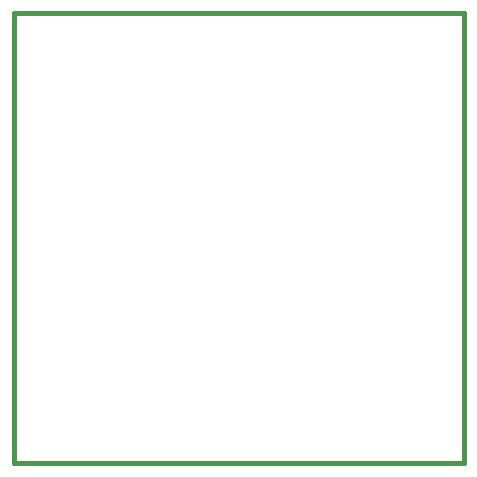
<source format=gbo>
G75*
%MOIN*%
%OFA0B0*%
%FSLAX24Y24*%
%IPPOS*%
%LPD*%
%AMOC8*
5,1,8,0,0,1.08239X$1,22.5*
%
%ADD10C,0.0160*%
D10*
X002760Y000180D02*
X002760Y015180D01*
X017760Y015180D01*
X017760Y000180D01*
X002760Y000180D01*
M02*

</source>
